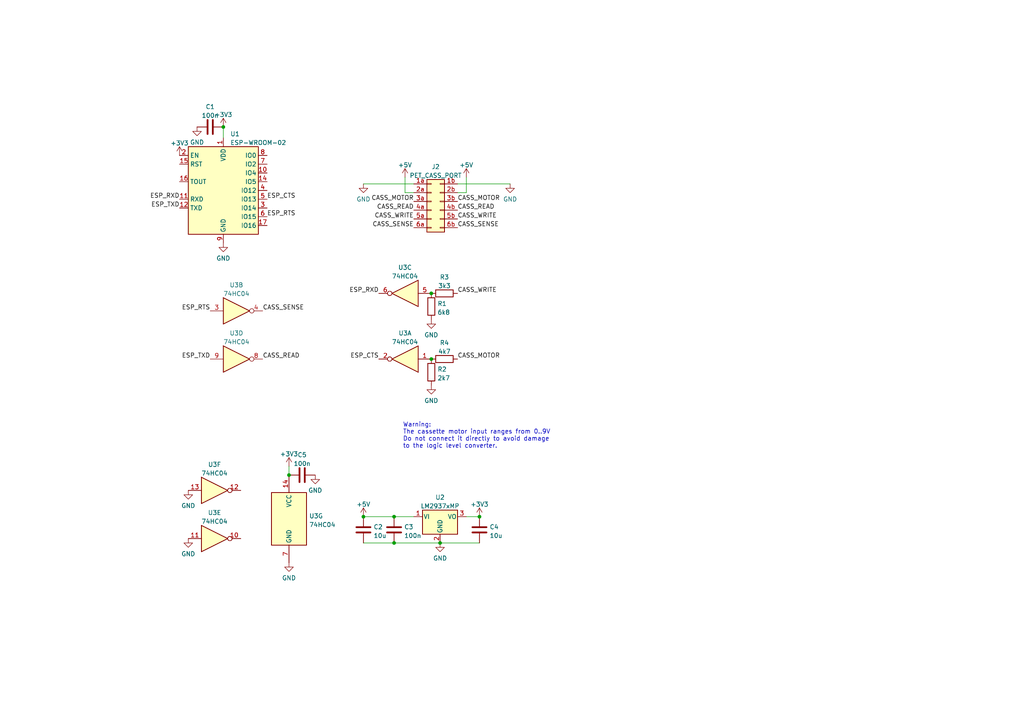
<source format=kicad_sch>
(kicad_sch (version 20211123) (generator eeschema)
  (paper "A4")
  (lib_symbols
    (symbol "74xx:74HC04"
      (property "Reference" "U" (at 0 1.27 0))
      (property "Value" "74HC04" (at 0 -1.27 0))
      (symbol "74HC04_1_0"
        (polyline (pts (xy -3.81 3.81) (xy -3.81 -3.81) (xy 3.81 0) (xy -3.81 3.81)) (stroke (width 0.254)) (fill (type background)))
        (pin input line (at -7.62 0 0) (length 3.81) (name "~") (number "1"))
        (pin output inverted (at 7.62 0 180) (length 3.81) (name "~") (number "2"))
      )
      (symbol "74HC04_2_0"
        (polyline (pts (xy -3.81 3.81) (xy -3.81 -3.81) (xy 3.81 0) (xy -3.81 3.81)) (stroke (width 0.254)) (fill (type background)))
        (pin input line (at -7.62 0 0) (length 3.81) (name "~") (number "3"))
        (pin output inverted (at 7.62 0 180) (length 3.81) (name "~") (number "4"))
      )
      (symbol "74HC04_3_0"
        (polyline (pts (xy -3.81 3.81) (xy -3.81 -3.81) (xy 3.81 0) (xy -3.81 3.81)) (stroke (width 0.254)) (fill (type background)))
        (pin input line (at -7.62 0 0) (length 3.81) (name "~") (number "5"))
        (pin output inverted (at 7.62 0 180) (length 3.81) (name "~") (number "6"))
      )
      (symbol "74HC04_4_0"
        (polyline (pts (xy -3.81 3.81) (xy -3.81 -3.81) (xy 3.81 0) (xy -3.81 3.81)) (stroke (width 0.254)) (fill (type background)))
        (pin output inverted (at 7.62 0 180) (length 3.81) (name "~") (number "8"))
        (pin input line (at -7.62 0 0) (length 3.81) (name "~") (number "9"))
      )
      (symbol "74HC04_5_0"
        (polyline (pts (xy -3.81 3.81) (xy -3.81 -3.81) (xy 3.81 0) (xy -3.81 3.81)) (stroke (width 0.254)) (fill (type background)))
        (pin output inverted (at 7.62 0 180) (length 3.81) (name "~") (number "10"))
        (pin input line (at -7.62 0 0) (length 3.81) (name "~") (number "11"))
      )
      (symbol "74HC04_6_0"
        (polyline (pts (xy -3.81 3.81) (xy -3.81 -3.81) (xy 3.81 0) (xy -3.81 3.81)) (stroke (width 0.254)) (fill (type background)))
        (pin output inverted (at 7.62 0 180) (length 3.81) (name "~") (number "12"))
        (pin input line (at -7.62 0 0) (length 3.81) (name "~") (number "13"))
      )
      (symbol "74HC04_7_0"
        (pin power_in line (at 0 12.7 270) (length 5.08) (name "VCC") (number "14"))
        (pin power_in line (at 0 -12.7 90) (length 5.08) (name "GND") (number "7"))
      )
      (symbol "74HC04_7_1"
        (rectangle (start -5.08 7.62) (end 5.08 -7.62) (stroke (width 0.254)) (fill (type background)))
      )
    )
    (symbol "Connector_Generic:Conn_02x06_Row_Letter_Last" (pin_names (offset 1.016) hide)
      (property "Reference" "J" (at 1.27 7.62 0))
      (property "Value" "Conn_02x06_Row_Letter_Last" (at 1.27 -10.16 0))
      (symbol "Conn_02x06_Row_Letter_Last_1_1"
        (rectangle (start -1.27 -7.493) (end 0 -7.747) (stroke (width 0.1524)))
        (rectangle (start -1.27 -4.953) (end 0 -5.207) (stroke (width 0.1524)))
        (rectangle (start -1.27 -2.413) (end 0 -2.667) (stroke (width 0.1524)))
        (rectangle (start -1.27 0.127) (end 0 -0.127) (stroke (width 0.1524)))
        (rectangle (start -1.27 2.667) (end 0 2.413) (stroke (width 0.1524)))
        (rectangle (start -1.27 5.207) (end 0 4.953) (stroke (width 0.1524)))
        (rectangle (start -1.27 6.35) (end 3.81 -8.89) (stroke (width 0.254)) (fill (type background)))
        (rectangle (start 3.81 -7.493) (end 2.54 -7.747) (stroke (width 0.1524)))
        (rectangle (start 3.81 -4.953) (end 2.54 -5.207) (stroke (width 0.1524)))
        (rectangle (start 3.81 -2.413) (end 2.54 -2.667) (stroke (width 0.1524)))
        (rectangle (start 3.81 0.127) (end 2.54 -0.127) (stroke (width 0.1524)))
        (rectangle (start 3.81 2.667) (end 2.54 2.413) (stroke (width 0.1524)))
        (rectangle (start 3.81 5.207) (end 2.54 4.953) (stroke (width 0.1524)))
        (pin passive line (at -5.08 5.08 0) (length 3.81) (name "Pin_1a") (number "1a"))
        (pin passive line (at 7.62 5.08 180) (length 3.81) (name "Pin_1b") (number "1b"))
        (pin passive line (at -5.08 2.54 0) (length 3.81) (name "Pin_2a") (number "2a"))
        (pin passive line (at 7.62 2.54 180) (length 3.81) (name "Pin_2b") (number "2b"))
        (pin passive line (at -5.08 0 0) (length 3.81) (name "Pin_3a") (number "3a"))
        (pin passive line (at 7.62 0 180) (length 3.81) (name "Pin_3b") (number "3b"))
        (pin passive line (at -5.08 -2.54 0) (length 3.81) (name "Pin_4a") (number "4a"))
        (pin passive line (at 7.62 -2.54 180) (length 3.81) (name "Pin_4b") (number "4b"))
        (pin passive line (at -5.08 -5.08 0) (length 3.81) (name "Pin_5a") (number "5a"))
        (pin passive line (at 7.62 -5.08 180) (length 3.81) (name "Pin_5b") (number "5b"))
        (pin passive line (at -5.08 -7.62 0) (length 3.81) (name "Pin_6a") (number "6a"))
        (pin passive line (at 7.62 -7.62 180) (length 3.81) (name "Pin_6b") (number "6b"))
      )
    )
    (symbol "Device:C" (pin_numbers hide) (pin_names (offset 0.254))
      (property "Reference" "C" (at 0.635 2.54 0))
      (property "Value" "C" (at 0.635 -2.54 0))
      (symbol "C_0_1"
        (polyline (pts (xy -2.032 -0.762) (xy 2.032 -0.762)) (stroke (width 0.508)))
        (polyline (pts (xy -2.032 0.762) (xy 2.032 0.762)) (stroke (width 0.508)))
      )
      (symbol "C_1_1"
        (pin passive line (at 0 3.81 270) (length 2.794) (name "~") (number "1"))
        (pin passive line (at 0 -3.81 90) (length 2.794) (name "~") (number "2"))
      )
    )
    (symbol "Device:R" (pin_numbers hide) (pin_names (offset 0))
      (property "Reference" "R" (at 2.032 0 90))
      (property "Value" "R" (at 0 0 90))
      (symbol "R_0_1"
        (rectangle (start -1.016 -2.54) (end 1.016 2.54) (stroke (width 0.254)))
      )
      (symbol "R_1_1"
        (pin passive line (at 0 3.81 270) (length 1.27) (name "~") (number "1"))
        (pin passive line (at 0 -3.81 90) (length 1.27) (name "~") (number "2"))
      )
    )
    (symbol "RF_Module:ESP-WROOM-02"
      (property "Reference" "U" (at -7.62 13.97 0))
      (property "Value" "ESP-WROOM-02" (at 10.16 13.97 0))
      (symbol "ESP-WROOM-02_0_1"
        (rectangle (start 10.16 12.7) (end -10.16 -12.7) (stroke (width 0.254)) (fill (type background)))
      )
      (symbol "ESP-WROOM-02_1_1"
        (pin power_in line (at 0 15.24 270) (length 2.54) (name "VDD") (number "1"))
        (pin bidirectional line (at 12.7 5.08 180) (length 2.54) (name "IO4") (number "10"))
        (pin bidirectional line (at -12.7 -2.54 0) (length 2.54) (name "RXD") (number "11"))
        (pin bidirectional line (at -12.7 -5.08 0) (length 2.54) (name "TXD") (number "12"))
        (pin passive line (at 0 -15.24 90) (length 2.54) hide (name "GND") (number "13"))
        (pin bidirectional line (at 12.7 2.54 180) (length 2.54) (name "IO5") (number "14"))
        (pin input line (at -12.7 7.62 0) (length 2.54) (name "RST") (number "15"))
        (pin input line (at -12.7 2.54 0) (length 2.54) (name "TOUT") (number "16"))
        (pin bidirectional line (at 12.7 -10.16 180) (length 2.54) (name "IO16") (number "17"))
        (pin passive line (at 0 -15.24 90) (length 2.54) hide (name "GND") (number "18"))
        (pin passive line (at 0 -15.24 90) (length 2.54) hide (name "GND") (number "19"))
        (pin input line (at -12.7 10.16 0) (length 2.54) (name "EN") (number "2"))
        (pin bidirectional line (at 12.7 -5.08 180) (length 2.54) (name "IO14") (number "3"))
        (pin bidirectional line (at 12.7 0 180) (length 2.54) (name "IO12") (number "4"))
        (pin bidirectional line (at 12.7 -2.54 180) (length 2.54) (name "IO13") (number "5"))
        (pin bidirectional line (at 12.7 -7.62 180) (length 2.54) (name "IO15") (number "6"))
        (pin bidirectional line (at 12.7 7.62 180) (length 2.54) (name "IO2") (number "7"))
        (pin bidirectional line (at 12.7 10.16 180) (length 2.54) (name "IO0") (number "8"))
        (pin power_in line (at 0 -15.24 90) (length 2.54) (name "GND") (number "9"))
      )
    )
    (symbol "Regulator_Linear:LM2937xMP" (pin_names (offset 0.254))
      (property "Reference" "U" (at -3.81 3.175 0))
      (property "Value" "LM2937xMP" (at 0 3.175 0))
      (symbol "LM2937xMP_0_1"
        (rectangle (start -5.08 -5.08) (end 5.08 1.905) (stroke (width 0.254)) (fill (type background)))
      )
      (symbol "LM2937xMP_1_1"
        (pin power_in line (at -7.62 0 0) (length 2.54) (name "VI") (number "1"))
        (pin power_in line (at 0 -7.62 90) (length 2.54) (name "GND") (number "2"))
        (pin power_out line (at 7.62 0 180) (length 2.54) (name "VO") (number "3"))
      )
    )
    (symbol "power:+3V3" (power) (pin_names (offset 0))
      (property "Value" "+3V3" (at 0 3.556 0))
      (symbol "+3V3_0_1"
        (polyline (pts (xy -0.762 1.27) (xy 0 2.54)))
        (polyline (pts (xy 0 0) (xy 0 2.54)))
        (polyline (pts (xy 0 2.54) (xy 0.762 1.27)))
      )
      (symbol "+3V3_1_1"
        (pin power_in line (at 0 0 90) (length 0) hide (name "+3V3") (number "1"))
      )
    )
    (symbol "power:+5V" (power) (pin_names (offset 0))
      (property "Value" "+5V" (at 0 3.556 0))
      (symbol "+5V_0_1"
        (polyline (pts (xy -0.762 1.27) (xy 0 2.54)))
        (polyline (pts (xy 0 0) (xy 0 2.54)))
        (polyline (pts (xy 0 2.54) (xy 0.762 1.27)))
      )
      (symbol "+5V_1_1"
        (pin power_in line (at 0 0 90) (length 0) hide (name "+5V") (number "1"))
      )
    )
    (symbol "power:GND" (power) (pin_names (offset 0))
      (property "Value" "GND" (at 0 -3.81 0))
      (symbol "GND_0_1"
        (polyline (pts (xy 0 0) (xy 0 -1.27) (xy 1.27 -1.27) (xy 0 -2.54) (xy -1.27 -1.27) (xy 0 -1.27)))
      )
      (symbol "GND_1_1"
        (pin power_in line (at 0 0 270) (length 0) hide (name "GND") (number "1"))
      )
    )
  )
  (junction (at 127.635 157.48))
  (junction (at 83.82 137.795))
  (junction (at 114.3 149.86))
  (junction (at 114.3 157.48))
  (junction (at 125.095 85.09))
  (junction (at 139.065 149.86))
  (junction (at 105.41 149.86))
  (junction (at 125.095 104.14))
  (junction (at 64.77 36.83))
  (wire (pts (xy 105.41 149.86) (xy 114.3 149.86)))
  (wire (pts (xy 105.41 157.48) (xy 114.3 157.48)))
  (wire (pts (xy 83.82 137.795) (xy 83.82 135.255)))
  (wire (pts (xy 135.255 149.86) (xy 139.065 149.86)))
  (wire (pts (xy 120.015 55.88) (xy 117.475 55.88)))
  (wire (pts (xy 64.77 36.83) (xy 64.77 40.005)))
  (wire (pts (xy 114.3 157.48) (xy 127.635 157.48)))
  (wire (pts (xy 105.41 53.34) (xy 120.015 53.34)))
  (wire (pts (xy 127.635 157.48) (xy 139.065 157.48)))
  (wire (pts (xy 117.475 51.435) (xy 117.475 55.88)))
  (wire (pts (xy 132.715 53.34) (xy 147.955 53.34)))
  (wire (pts (xy 114.3 149.86) (xy 120.015 149.86)))
  (wire (pts (xy 135.255 55.88) (xy 135.255 51.435)))
  (wire (pts (xy 132.715 55.88) (xy 135.255 55.88)))
  (text "Warning:\nThe cassette motor input ranges from 0..9V\nDo not connect it directly to avoid damage\nto the logic level converter." (at 116.84 130.175 0) (effects (font (size 1.27 1.27)) (justify left bottom)))
  (label "CASS_WRITE" (at 132.715 63.5 0))
  (label "ESP_RXD" (at 109.855 85.09 180))
  (label "ESP_RXD" (at 52.07 57.785 180))
  (label "CASS_READ" (at 120.015 60.96 180))
  (label "ESP_CTS" (at 77.47 57.785 0))
  (label "ESP_RTS" (at 77.47 62.865 0))
  (label "CASS_SENSE" (at 76.2 90.17 0))
  (label "CASS_MOTOR" (at 120.015 58.42 180))
  (label "ESP_TXD" (at 52.07 60.325 180))
  (label "ESP_RTS" (at 60.96 90.17 180))
  (label "CASS_SENSE" (at 120.015 66.04 180))
  (label "CASS_WRITE" (at 120.015 63.5 180))
  (label "CASS_WRITE" (at 132.715 85.09 0))
  (label "CASS_READ" (at 132.715 60.96 0))
  (label "CASS_MOTOR" (at 132.715 58.42 0))
  (label "CASS_READ" (at 76.2 104.14 0))
  (label "CASS_MOTOR" (at 132.715 104.14 0))
  (label "ESP_TXD" (at 60.96 104.14 180))
  (label "CASS_SENSE" (at 132.715 66.04 0))
  (label "ESP_CTS" (at 109.855 104.14 180))
  (symbol (lib_id "74xx:74HC04") (at 62.23 156.21 0) (unit 5)
    (property "Reference" "U3" (at 62.23 148.7002 0))
    (property "Value" "74HC04" (at 62.23 151.2371 0))
    (property "Footprint" "Package_SO:SOIC-14_3.9x8.7mm_P1.27mm" (effects hide))
    (property "Datasheet" "https://assets.nexperia.com/documents/data-sheet/74HC_HCT04.pdf" (effects hide))
  )
  (symbol (lib_id "Device:R") (at 125.095 107.95 180) (unit 1)
    (property "Reference" "R2" (at 126.873 107.1153 0) (effects (justify right)))
    (property "Value" "2k7" (at 126.873 109.6522 0) (effects (justify right)))
    (property "Footprint" "Resistor_SMD:R_0805_2012Metric" (effects hide))
  )
  (symbol (lib_id "power:+3V3") (at 83.82 135.255 0) (unit 1)
    (property "Reference" "#PWR0109" (effects hide))
    (property "Value" "+3V3" (at 83.82 131.6792 0))
  )
  (symbol (lib_id "Device:C") (at 114.3 153.67 0) (unit 1)
    (property "Reference" "C3" (at 117.221 152.8353 0) (effects (justify left)))
    (property "Value" "100n" (at 117.221 155.3722 0) (effects (justify left)))
    (property "Footprint" "Capacitor_SMD:C_0805_2012Metric" (effects hide))
  )
  (symbol (lib_id "power:GND") (at 64.77 70.485 0) (unit 1)
    (property "Reference" "#PWR0106" (effects hide))
    (property "Value" "GND" (at 64.77 74.9284 0))
  )
  (symbol (lib_id "power:GND") (at 57.15 36.83 0) (unit 1)
    (property "Reference" "#PWR0101" (effects hide))
    (property "Value" "GND" (at 57.15 41.2734 0))
  )
  (symbol (lib_id "Device:C") (at 105.41 153.67 0) (unit 1)
    (property "Reference" "C2" (at 108.331 152.8353 0) (effects (justify left)))
    (property "Value" "10u" (at 108.331 155.3722 0) (effects (justify left)))
    (property "Footprint" "Capacitor_SMD:C_0805_2012Metric" (effects hide))
  )
  (symbol (lib_id "Device:R") (at 125.095 88.9 180) (unit 1)
    (property "Reference" "R1" (at 126.873 88.0653 0) (effects (justify right)))
    (property "Value" "6k8" (at 126.873 90.6022 0) (effects (justify right)))
    (property "Footprint" "Resistor_SMD:R_0805_2012Metric" (effects hide))
  )
  (symbol (lib_id "Regulator_Linear:LM2937xMP") (at 127.635 149.86 0) (unit 1)
    (property "Reference" "U2" (at 127.635 144.2552 0))
    (property "Value" "LM2937xMP" (at 127.635 146.7921 0))
    (property "Footprint" "Package_TO_SOT_SMD:SOT-223-3_TabPin2" (effects hide))
    (property "Datasheet" "http://www.ti.com/lit/ds/symlink/lm2937.pdf" (effects hide))
  )
  (symbol (lib_id "74xx:74HC04") (at 68.58 104.14 0) (unit 4)
    (property "Reference" "U3" (at 68.58 96.6302 0))
    (property "Value" "74HC04" (at 68.58 99.1671 0))
    (property "Footprint" "Package_SO:SOIC-14_3.9x8.7mm_P1.27mm" (effects hide))
    (property "Datasheet" "https://assets.nexperia.com/documents/data-sheet/74HC_HCT04.pdf" (effects hide))
  )
  (symbol (lib_id "74xx:74HC04") (at 117.475 85.09 180) (unit 3)
    (property "Reference" "U3" (at 117.475 77.5802 0))
    (property "Value" "74HC04" (at 117.475 80.1171 0))
    (property "Footprint" "Package_SO:SOIC-14_3.9x8.7mm_P1.27mm" (effects hide))
    (property "Datasheet" "https://assets.nexperia.com/documents/data-sheet/74HC_HCT04.pdf" (effects hide))
  )
  (symbol (lib_id "power:GND") (at 147.955 53.34 0) (unit 1)
    (property "Reference" "#PWR0114" (effects hide))
    (property "Value" "GND" (at 147.955 57.7834 0))
  )
  (symbol (lib_id "power:+3V3") (at 139.065 149.86 0) (unit 1)
    (property "Reference" "#PWR0105" (effects hide))
    (property "Value" "+3V3" (at 139.065 146.2842 0))
  )
  (symbol (lib_id "74xx:74HC04") (at 117.475 104.14 180) (unit 1)
    (property "Reference" "U3" (at 117.475 96.6302 0))
    (property "Value" "74HC04" (at 117.475 99.1671 0))
    (property "Footprint" "Package_SO:SOIC-14_3.9x8.7mm_P1.27mm" (effects hide))
    (property "Datasheet" "https://assets.nexperia.com/documents/data-sheet/74HC_HCT04.pdf" (effects hide))
  )
  (symbol (lib_id "power:+3V3") (at 52.07 45.085 0) (unit 1)
    (property "Reference" "#PWR0117" (effects hide))
    (property "Value" "+3V3" (at 52.07 41.5092 0))
  )
  (symbol (lib_id "Device:C") (at 139.065 153.67 0) (unit 1)
    (property "Reference" "C4" (at 141.986 152.8353 0) (effects (justify left)))
    (property "Value" "10u" (at 141.986 155.3722 0) (effects (justify left)))
    (property "Footprint" "Capacitor_SMD:C_0805_2012Metric" (effects hide))
  )
  (symbol (lib_id "power:GND") (at 125.095 92.71 0) (unit 1)
    (property "Reference" "#PWR0107" (effects hide))
    (property "Value" "GND" (at 125.095 97.1534 0))
  )
  (symbol (lib_id "power:GND") (at 54.61 142.24 0) (unit 1)
    (property "Reference" "#PWR0118" (effects hide))
    (property "Value" "GND" (at 54.61 146.6834 0))
  )
  (symbol (lib_id "power:GND") (at 54.61 156.21 0) (unit 1)
    (property "Reference" "#PWR0116" (effects hide))
    (property "Value" "GND" (at 54.61 160.6534 0))
  )
  (symbol (lib_id "power:GND") (at 105.41 53.34 0) (unit 1)
    (property "Reference" "#PWR0110" (effects hide))
    (property "Value" "GND" (at 105.41 57.7834 0))
  )
  (symbol (lib_id "power:+3V3") (at 64.77 36.83 0) (unit 1)
    (property "Reference" "#PWR0102" (effects hide))
    (property "Value" "+3V3" (at 64.77 33.2542 0))
  )
  (symbol (lib_id "power:GND") (at 125.095 111.76 0) (unit 1)
    (property "Reference" "#PWR0108" (effects hide))
    (property "Value" "GND" (at 125.095 116.2034 0))
  )
  (symbol (lib_id "power:GND") (at 91.44 137.795 0) (unit 1)
    (property "Reference" "#PWR0111" (effects hide))
    (property "Value" "GND" (at 91.44 142.2384 0))
  )
  (symbol (lib_id "Connector_Generic:Conn_02x06_Row_Letter_Last") (at 125.095 58.42 0) (unit 1)
    (property "Reference" "J2" (at 126.365 48.3702 0))
    (property "Value" "PET_CASS_PORT" (at 126.365 50.9071 0))
    (property "Footprint" "onitake:Sullins_EBM06DRAN_2x06_P3.96mm_Female_Card_Edge_Right_Angle" (effects hide))
  )
  (symbol (lib_id "power:GND") (at 127.635 157.48 0) (unit 1)
    (property "Reference" "#PWR0104" (effects hide))
    (property "Value" "GND" (at 127.635 161.9234 0))
  )
  (symbol (lib_id "RF_Module:ESP-WROOM-02") (at 64.77 55.245 0) (unit 1)
    (property "Reference" "U1" (at 66.7894 38.8452 0) (effects (justify left)))
    (property "Value" "ESP-WROOM-02" (at 66.7894 41.3821 0) (effects (justify left)))
    (property "Footprint" "RF_Module:ESP-WROOM-02" (effects hide))
    (property "Datasheet" "https://www.espressif.com/sites/default/files/documentation/0c-esp-wroom-02_datasheet_en.pdf" (effects hide))
  )
  (symbol (lib_id "Device:R") (at 128.905 104.14 270) (unit 1)
    (property "Reference" "R4" (at 128.905 99.4242 90))
    (property "Value" "4k7" (at 128.905 101.9611 90))
    (property "Footprint" "Resistor_SMD:R_0805_2012Metric" (effects hide))
  )
  (symbol (lib_id "Device:C") (at 87.63 137.795 90) (unit 1)
    (property "Reference" "C5" (at 87.63 131.9362 90))
    (property "Value" "100n" (at 87.63 134.4731 90))
    (property "Footprint" "Capacitor_SMD:C_0805_2012Metric" (effects hide))
  )
  (symbol (lib_id "power:+5V") (at 105.41 149.86 0) (unit 1)
    (property "Reference" "#PWR0103" (effects hide))
    (property "Value" "+5V" (at 105.41 146.2842 0))
  )
  (symbol (lib_id "power:+5V") (at 135.255 51.435 0) (unit 1)
    (property "Reference" "#PWR0115" (effects hide))
    (property "Value" "+5V" (at 135.255 47.8592 0))
  )
  (symbol (lib_id "power:GND") (at 83.82 163.195 0) (unit 1)
    (property "Reference" "#PWR0112" (effects hide))
    (property "Value" "GND" (at 83.82 167.6384 0))
  )
  (symbol (lib_id "Device:R") (at 128.905 85.09 270) (unit 1)
    (property "Reference" "R3" (at 128.905 80.3742 90))
    (property "Value" "3k3" (at 128.905 82.9111 90))
    (property "Footprint" "Resistor_SMD:R_0805_2012Metric" (effects hide))
  )
  (symbol (lib_id "74xx:74HC04") (at 83.82 150.495 0) (unit 7)
    (property "Reference" "U3" (at 89.662 149.6603 0) (effects (justify left)))
    (property "Value" "74HC04" (at 89.662 152.1972 0) (effects (justify left)))
    (property "Footprint" "Package_SO:SOIC-14_3.9x8.7mm_P1.27mm" (effects hide))
    (property "Datasheet" "https://assets.nexperia.com/documents/data-sheet/74HC_HCT04.pdf" (effects hide))
  )
  (symbol (lib_id "Device:C") (at 60.96 36.83 90) (unit 1)
    (property "Reference" "C1" (at 60.96 30.9712 90))
    (property "Value" "100n" (at 60.96 33.5081 90))
    (property "Footprint" "Capacitor_SMD:C_0805_2012Metric" (effects hide))
  )
  (symbol (lib_id "power:+5V") (at 117.475 51.435 0) (unit 1)
    (property "Reference" "#PWR0113" (effects hide))
    (property "Value" "+5V" (at 117.475 47.8592 0))
  )
  (symbol (lib_id "74xx:74HC04") (at 68.58 90.17 0) (unit 2)
    (property "Reference" "U3" (at 68.58 82.6602 0))
    (property "Value" "74HC04" (at 68.58 85.1971 0))
    (property "Footprint" "Package_SO:SOIC-14_3.9x8.7mm_P1.27mm" (effects hide))
    (property "Datasheet" "https://assets.nexperia.com/documents/data-sheet/74HC_HCT04.pdf" (effects hide))
  )
  (symbol (lib_id "74xx:74HC04") (at 62.23 142.24 0) (unit 6)
    (property "Reference" "U3" (at 62.23 134.7302 0))
    (property "Value" "74HC04" (at 62.23 137.2671 0))
    (property "Footprint" "Package_SO:SOIC-14_3.9x8.7mm_P1.27mm" (effects hide))
    (property "Datasheet" "https://assets.nexperia.com/documents/data-sheet/74HC_HCT04.pdf" (effects hide))
  )
)
</source>
